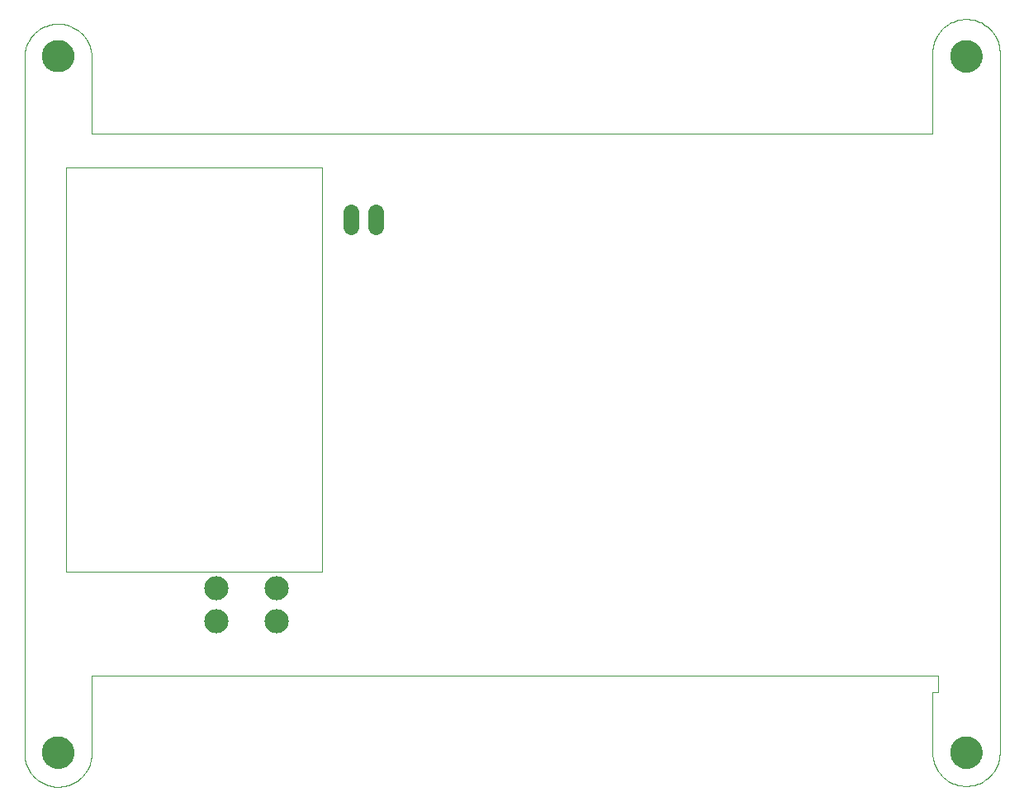
<source format=gbs>
G75*
%MOIN*%
%OFA0B0*%
%FSLAX24Y24*%
%IPPOS*%
%LPD*%
%AMOC8*
5,1,8,0,0,1.08239X$1,22.5*
%
%ADD10C,0.0000*%
%ADD11C,0.1300*%
%ADD12C,0.0640*%
%ADD13C,0.0977*%
D10*
X000150Y004791D02*
X000150Y032921D01*
X000878Y032940D02*
X000880Y032990D01*
X000886Y033040D01*
X000896Y033089D01*
X000910Y033137D01*
X000927Y033184D01*
X000948Y033229D01*
X000973Y033273D01*
X001001Y033314D01*
X001033Y033353D01*
X001067Y033390D01*
X001104Y033424D01*
X001144Y033454D01*
X001186Y033481D01*
X001230Y033505D01*
X001276Y033526D01*
X001323Y033542D01*
X001371Y033555D01*
X001421Y033564D01*
X001470Y033569D01*
X001521Y033570D01*
X001571Y033567D01*
X001620Y033560D01*
X001669Y033549D01*
X001717Y033534D01*
X001763Y033516D01*
X001808Y033494D01*
X001851Y033468D01*
X001892Y033439D01*
X001931Y033407D01*
X001967Y033372D01*
X001999Y033334D01*
X002029Y033294D01*
X002056Y033251D01*
X002079Y033207D01*
X002098Y033161D01*
X002114Y033113D01*
X002126Y033064D01*
X002134Y033015D01*
X002138Y032965D01*
X002138Y032915D01*
X002134Y032865D01*
X002126Y032816D01*
X002114Y032767D01*
X002098Y032719D01*
X002079Y032673D01*
X002056Y032629D01*
X002029Y032586D01*
X001999Y032546D01*
X001967Y032508D01*
X001931Y032473D01*
X001892Y032441D01*
X001851Y032412D01*
X001808Y032386D01*
X001763Y032364D01*
X001717Y032346D01*
X001669Y032331D01*
X001620Y032320D01*
X001571Y032313D01*
X001521Y032310D01*
X001470Y032311D01*
X001421Y032316D01*
X001371Y032325D01*
X001323Y032338D01*
X001276Y032354D01*
X001230Y032375D01*
X001186Y032399D01*
X001144Y032426D01*
X001104Y032456D01*
X001067Y032490D01*
X001033Y032527D01*
X001001Y032566D01*
X000973Y032607D01*
X000948Y032651D01*
X000927Y032696D01*
X000910Y032743D01*
X000896Y032791D01*
X000886Y032840D01*
X000880Y032890D01*
X000878Y032940D01*
X000150Y032920D02*
X000154Y032992D01*
X000163Y033064D01*
X000175Y033136D01*
X000191Y033206D01*
X000211Y033276D01*
X000234Y033344D01*
X000261Y033411D01*
X000292Y033477D01*
X000326Y033541D01*
X000363Y033603D01*
X000403Y033663D01*
X000447Y033720D01*
X000494Y033776D01*
X000543Y033828D01*
X000596Y033878D01*
X000651Y033925D01*
X000708Y033970D01*
X000768Y034011D01*
X000829Y034048D01*
X000893Y034083D01*
X000958Y034114D01*
X001025Y034141D01*
X001094Y034165D01*
X001163Y034185D01*
X001233Y034202D01*
X001305Y034215D01*
X001377Y034224D01*
X001449Y034229D01*
X001521Y034230D01*
X001593Y034227D01*
X001665Y034221D01*
X001737Y034211D01*
X001808Y034196D01*
X001878Y034179D01*
X001947Y034157D01*
X002015Y034132D01*
X002081Y034103D01*
X002146Y034071D01*
X002209Y034035D01*
X002270Y033996D01*
X002329Y033954D01*
X002385Y033909D01*
X002439Y033861D01*
X002491Y033810D01*
X002539Y033756D01*
X002585Y033700D01*
X002628Y033641D01*
X002667Y033581D01*
X002703Y033518D01*
X002736Y033454D01*
X002765Y033387D01*
X002791Y033320D01*
X002813Y033251D01*
X002831Y033181D01*
X002846Y033110D01*
X002857Y033038D01*
X002864Y032966D01*
X002867Y032894D01*
X002866Y032822D01*
X002866Y029791D01*
X036803Y029791D01*
X036803Y033058D01*
X036805Y033130D01*
X036811Y033202D01*
X036820Y033274D01*
X036834Y033345D01*
X036851Y033415D01*
X036872Y033485D01*
X036896Y033553D01*
X036924Y033619D01*
X036956Y033684D01*
X036991Y033747D01*
X037029Y033809D01*
X037071Y033868D01*
X037116Y033925D01*
X037163Y033979D01*
X037214Y034031D01*
X037267Y034080D01*
X037322Y034126D01*
X037380Y034169D01*
X037441Y034209D01*
X037503Y034246D01*
X037567Y034279D01*
X037633Y034309D01*
X037700Y034335D01*
X037769Y034358D01*
X037839Y034377D01*
X037909Y034392D01*
X037981Y034404D01*
X038053Y034412D01*
X038125Y034416D01*
X038197Y034416D01*
X038269Y034412D01*
X038341Y034404D01*
X038413Y034392D01*
X038483Y034377D01*
X038553Y034358D01*
X038622Y034335D01*
X038689Y034309D01*
X038755Y034279D01*
X038819Y034246D01*
X038881Y034209D01*
X038942Y034169D01*
X039000Y034126D01*
X039055Y034080D01*
X039108Y034031D01*
X039159Y033979D01*
X039206Y033925D01*
X039251Y033868D01*
X039293Y033809D01*
X039331Y033747D01*
X039366Y033684D01*
X039398Y033619D01*
X039426Y033553D01*
X039450Y033485D01*
X039471Y033415D01*
X039488Y033345D01*
X039502Y033274D01*
X039511Y033202D01*
X039517Y033130D01*
X039519Y033058D01*
X039520Y033058D02*
X039520Y004791D01*
X037531Y004791D02*
X037533Y004841D01*
X037539Y004891D01*
X037549Y004940D01*
X037563Y004988D01*
X037580Y005035D01*
X037601Y005080D01*
X037626Y005124D01*
X037654Y005165D01*
X037686Y005204D01*
X037720Y005241D01*
X037757Y005275D01*
X037797Y005305D01*
X037839Y005332D01*
X037883Y005356D01*
X037929Y005377D01*
X037976Y005393D01*
X038024Y005406D01*
X038074Y005415D01*
X038123Y005420D01*
X038174Y005421D01*
X038224Y005418D01*
X038273Y005411D01*
X038322Y005400D01*
X038370Y005385D01*
X038416Y005367D01*
X038461Y005345D01*
X038504Y005319D01*
X038545Y005290D01*
X038584Y005258D01*
X038620Y005223D01*
X038652Y005185D01*
X038682Y005145D01*
X038709Y005102D01*
X038732Y005058D01*
X038751Y005012D01*
X038767Y004964D01*
X038779Y004915D01*
X038787Y004866D01*
X038791Y004816D01*
X038791Y004766D01*
X038787Y004716D01*
X038779Y004667D01*
X038767Y004618D01*
X038751Y004570D01*
X038732Y004524D01*
X038709Y004480D01*
X038682Y004437D01*
X038652Y004397D01*
X038620Y004359D01*
X038584Y004324D01*
X038545Y004292D01*
X038504Y004263D01*
X038461Y004237D01*
X038416Y004215D01*
X038370Y004197D01*
X038322Y004182D01*
X038273Y004171D01*
X038224Y004164D01*
X038174Y004161D01*
X038123Y004162D01*
X038074Y004167D01*
X038024Y004176D01*
X037976Y004189D01*
X037929Y004205D01*
X037883Y004226D01*
X037839Y004250D01*
X037797Y004277D01*
X037757Y004307D01*
X037720Y004341D01*
X037686Y004378D01*
X037654Y004417D01*
X037626Y004458D01*
X037601Y004502D01*
X037580Y004547D01*
X037563Y004594D01*
X037549Y004642D01*
X037539Y004691D01*
X037533Y004741D01*
X037531Y004791D01*
X036803Y004791D02*
X036805Y004719D01*
X036811Y004647D01*
X036820Y004575D01*
X036834Y004504D01*
X036851Y004434D01*
X036872Y004364D01*
X036896Y004296D01*
X036924Y004230D01*
X036956Y004165D01*
X036991Y004102D01*
X037029Y004040D01*
X037071Y003981D01*
X037116Y003924D01*
X037163Y003870D01*
X037214Y003818D01*
X037267Y003769D01*
X037322Y003723D01*
X037380Y003680D01*
X037441Y003640D01*
X037503Y003603D01*
X037567Y003570D01*
X037633Y003540D01*
X037700Y003514D01*
X037769Y003491D01*
X037839Y003472D01*
X037909Y003457D01*
X037981Y003445D01*
X038053Y003437D01*
X038125Y003433D01*
X038197Y003433D01*
X038269Y003437D01*
X038341Y003445D01*
X038413Y003457D01*
X038483Y003472D01*
X038553Y003491D01*
X038622Y003514D01*
X038689Y003540D01*
X038755Y003570D01*
X038819Y003603D01*
X038881Y003640D01*
X038942Y003680D01*
X039000Y003723D01*
X039055Y003769D01*
X039108Y003818D01*
X039159Y003870D01*
X039206Y003924D01*
X039251Y003981D01*
X039293Y004040D01*
X039331Y004102D01*
X039366Y004165D01*
X039398Y004230D01*
X039426Y004296D01*
X039450Y004364D01*
X039471Y004434D01*
X039488Y004504D01*
X039502Y004575D01*
X039511Y004647D01*
X039517Y004719D01*
X039519Y004791D01*
X036803Y004791D02*
X036803Y007212D01*
X037039Y007212D01*
X037039Y007901D01*
X002866Y007901D01*
X002866Y004732D01*
X002867Y004731D02*
X002863Y004659D01*
X002856Y004587D01*
X002845Y004516D01*
X002830Y004445D01*
X002811Y004375D01*
X002789Y004306D01*
X002763Y004239D01*
X002733Y004173D01*
X002700Y004108D01*
X002664Y004046D01*
X002624Y003985D01*
X002581Y003927D01*
X002535Y003871D01*
X002486Y003818D01*
X002435Y003767D01*
X002380Y003719D01*
X002324Y003674D01*
X002265Y003632D01*
X002204Y003594D01*
X002141Y003558D01*
X002076Y003526D01*
X002009Y003498D01*
X001941Y003473D01*
X001872Y003452D01*
X001802Y003434D01*
X001731Y003420D01*
X001659Y003410D01*
X001587Y003404D01*
X001515Y003402D01*
X001442Y003404D01*
X001370Y003409D01*
X001298Y003418D01*
X001227Y003431D01*
X001157Y003448D01*
X001087Y003469D01*
X001019Y003493D01*
X000953Y003521D01*
X000887Y003552D01*
X000824Y003587D01*
X000762Y003625D01*
X000703Y003666D01*
X000646Y003711D01*
X000591Y003758D01*
X000539Y003808D01*
X000490Y003861D01*
X000443Y003917D01*
X000400Y003974D01*
X000359Y004035D01*
X000322Y004097D01*
X000289Y004161D01*
X000259Y004226D01*
X000232Y004294D01*
X000209Y004362D01*
X000189Y004432D01*
X000174Y004503D01*
X000162Y004574D01*
X000154Y004646D01*
X000150Y004718D01*
X000149Y004791D01*
X000878Y004791D02*
X000880Y004841D01*
X000886Y004891D01*
X000896Y004940D01*
X000910Y004988D01*
X000927Y005035D01*
X000948Y005080D01*
X000973Y005124D01*
X001001Y005165D01*
X001033Y005204D01*
X001067Y005241D01*
X001104Y005275D01*
X001144Y005305D01*
X001186Y005332D01*
X001230Y005356D01*
X001276Y005377D01*
X001323Y005393D01*
X001371Y005406D01*
X001421Y005415D01*
X001470Y005420D01*
X001521Y005421D01*
X001571Y005418D01*
X001620Y005411D01*
X001669Y005400D01*
X001717Y005385D01*
X001763Y005367D01*
X001808Y005345D01*
X001851Y005319D01*
X001892Y005290D01*
X001931Y005258D01*
X001967Y005223D01*
X001999Y005185D01*
X002029Y005145D01*
X002056Y005102D01*
X002079Y005058D01*
X002098Y005012D01*
X002114Y004964D01*
X002126Y004915D01*
X002134Y004866D01*
X002138Y004816D01*
X002138Y004766D01*
X002134Y004716D01*
X002126Y004667D01*
X002114Y004618D01*
X002098Y004570D01*
X002079Y004524D01*
X002056Y004480D01*
X002029Y004437D01*
X001999Y004397D01*
X001967Y004359D01*
X001931Y004324D01*
X001892Y004292D01*
X001851Y004263D01*
X001808Y004237D01*
X001763Y004215D01*
X001717Y004197D01*
X001669Y004182D01*
X001620Y004171D01*
X001571Y004164D01*
X001521Y004161D01*
X001470Y004162D01*
X001421Y004167D01*
X001371Y004176D01*
X001323Y004189D01*
X001276Y004205D01*
X001230Y004226D01*
X001186Y004250D01*
X001144Y004277D01*
X001104Y004307D01*
X001067Y004341D01*
X001033Y004378D01*
X001001Y004417D01*
X000973Y004458D01*
X000948Y004502D01*
X000927Y004547D01*
X000910Y004594D01*
X000896Y004642D01*
X000886Y004691D01*
X000880Y004741D01*
X000878Y004791D01*
X001823Y012094D02*
X001823Y028432D01*
X012158Y028432D01*
X012158Y012094D01*
X001823Y012094D01*
X037531Y032921D02*
X037533Y032971D01*
X037539Y033021D01*
X037549Y033070D01*
X037563Y033118D01*
X037580Y033165D01*
X037601Y033210D01*
X037626Y033254D01*
X037654Y033295D01*
X037686Y033334D01*
X037720Y033371D01*
X037757Y033405D01*
X037797Y033435D01*
X037839Y033462D01*
X037883Y033486D01*
X037929Y033507D01*
X037976Y033523D01*
X038024Y033536D01*
X038074Y033545D01*
X038123Y033550D01*
X038174Y033551D01*
X038224Y033548D01*
X038273Y033541D01*
X038322Y033530D01*
X038370Y033515D01*
X038416Y033497D01*
X038461Y033475D01*
X038504Y033449D01*
X038545Y033420D01*
X038584Y033388D01*
X038620Y033353D01*
X038652Y033315D01*
X038682Y033275D01*
X038709Y033232D01*
X038732Y033188D01*
X038751Y033142D01*
X038767Y033094D01*
X038779Y033045D01*
X038787Y032996D01*
X038791Y032946D01*
X038791Y032896D01*
X038787Y032846D01*
X038779Y032797D01*
X038767Y032748D01*
X038751Y032700D01*
X038732Y032654D01*
X038709Y032610D01*
X038682Y032567D01*
X038652Y032527D01*
X038620Y032489D01*
X038584Y032454D01*
X038545Y032422D01*
X038504Y032393D01*
X038461Y032367D01*
X038416Y032345D01*
X038370Y032327D01*
X038322Y032312D01*
X038273Y032301D01*
X038224Y032294D01*
X038174Y032291D01*
X038123Y032292D01*
X038074Y032297D01*
X038024Y032306D01*
X037976Y032319D01*
X037929Y032335D01*
X037883Y032356D01*
X037839Y032380D01*
X037797Y032407D01*
X037757Y032437D01*
X037720Y032471D01*
X037686Y032508D01*
X037654Y032547D01*
X037626Y032588D01*
X037601Y032632D01*
X037580Y032677D01*
X037563Y032724D01*
X037549Y032772D01*
X037539Y032821D01*
X037533Y032871D01*
X037531Y032921D01*
D11*
X038161Y032921D03*
X038161Y004791D03*
X001508Y004791D03*
X001508Y032940D03*
D12*
X013331Y026626D02*
X013331Y026026D01*
X014331Y026026D02*
X014331Y026626D01*
D13*
X010347Y011424D03*
X010347Y010102D03*
X007906Y010102D03*
X007906Y011424D03*
M02*

</source>
